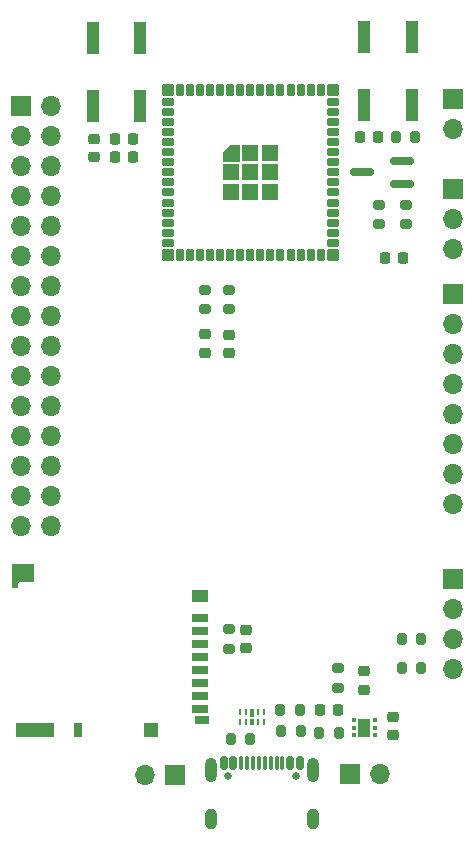
<source format=gbr>
%TF.GenerationSoftware,KiCad,Pcbnew,8.0.6*%
%TF.CreationDate,2024-12-02T04:17:19+07:00*%
%TF.ProjectId,PCB,5043422e-6b69-4636-9164-5f7063625858,rev?*%
%TF.SameCoordinates,Original*%
%TF.FileFunction,Soldermask,Top*%
%TF.FilePolarity,Negative*%
%FSLAX46Y46*%
G04 Gerber Fmt 4.6, Leading zero omitted, Abs format (unit mm)*
G04 Created by KiCad (PCBNEW 8.0.6) date 2024-12-02 04:17:19*
%MOMM*%
%LPD*%
G01*
G04 APERTURE LIST*
G04 Aperture macros list*
%AMRoundRect*
0 Rectangle with rounded corners*
0 $1 Rounding radius*
0 $2 $3 $4 $5 $6 $7 $8 $9 X,Y pos of 4 corners*
0 Add a 4 corners polygon primitive as box body*
4,1,4,$2,$3,$4,$5,$6,$7,$8,$9,$2,$3,0*
0 Add four circle primitives for the rounded corners*
1,1,$1+$1,$2,$3*
1,1,$1+$1,$4,$5*
1,1,$1+$1,$6,$7*
1,1,$1+$1,$8,$9*
0 Add four rect primitives between the rounded corners*
20,1,$1+$1,$2,$3,$4,$5,0*
20,1,$1+$1,$4,$5,$6,$7,0*
20,1,$1+$1,$6,$7,$8,$9,0*
20,1,$1+$1,$8,$9,$2,$3,0*%
%AMRotRect*
0 Rectangle, with rotation*
0 The origin of the aperture is its center*
0 $1 length*
0 $2 width*
0 $3 Rotation angle, in degrees counterclockwise*
0 Add horizontal line*
21,1,$1,$2,0,0,$3*%
G04 Aperture macros list end*
%ADD10C,0.010000*%
%ADD11R,1.000000X2.800000*%
%ADD12R,0.250000X0.625000*%
%ADD13R,0.450000X0.575000*%
%ADD14R,0.450000X0.700000*%
%ADD15R,1.700000X1.700000*%
%ADD16O,1.700000X1.700000*%
%ADD17R,1.000000X1.600000*%
%ADD18RoundRect,0.093750X-0.093750X-0.106250X0.093750X-0.106250X0.093750X0.106250X-0.093750X0.106250X0*%
%ADD19RoundRect,0.200000X0.200000X0.275000X-0.200000X0.275000X-0.200000X-0.275000X0.200000X-0.275000X0*%
%ADD20RoundRect,0.200000X-0.275000X0.200000X-0.275000X-0.200000X0.275000X-0.200000X0.275000X0.200000X0*%
%ADD21RoundRect,0.218750X0.256250X-0.218750X0.256250X0.218750X-0.256250X0.218750X-0.256250X-0.218750X0*%
%ADD22RoundRect,0.225000X-0.250000X0.225000X-0.250000X-0.225000X0.250000X-0.225000X0.250000X0.225000X0*%
%ADD23RoundRect,0.162500X0.837500X0.162500X-0.837500X0.162500X-0.837500X-0.162500X0.837500X-0.162500X0*%
%ADD24RoundRect,0.200000X-0.200000X-0.275000X0.200000X-0.275000X0.200000X0.275000X-0.200000X0.275000X0*%
%ADD25RoundRect,0.200000X0.275000X-0.200000X0.275000X0.200000X-0.275000X0.200000X-0.275000X-0.200000X0*%
%ADD26RoundRect,0.225000X0.225000X0.250000X-0.225000X0.250000X-0.225000X-0.250000X0.225000X-0.250000X0*%
%ADD27RoundRect,0.102000X-0.400000X-0.200000X0.400000X-0.200000X0.400000X0.200000X-0.400000X0.200000X0*%
%ADD28RoundRect,0.102000X-0.200000X-0.400000X0.200000X-0.400000X0.200000X0.400000X-0.200000X0.400000X0*%
%ADD29RoundRect,0.102000X-0.600000X-0.600000X0.600000X-0.600000X0.600000X0.600000X-0.600000X0.600000X0*%
%ADD30RoundRect,0.102000X-0.400000X-0.400000X0.400000X-0.400000X0.400000X0.400000X-0.400000X0.400000X0*%
%ADD31O,1.000000X1.800000*%
%ADD32O,1.000000X2.100000*%
%ADD33RoundRect,0.150000X-0.150000X-0.425000X0.150000X-0.425000X0.150000X0.425000X-0.150000X0.425000X0*%
%ADD34RoundRect,0.075000X-0.075000X-0.500000X0.075000X-0.500000X0.075000X0.500000X-0.075000X0.500000X0*%
%ADD35C,0.650000*%
%ADD36RoundRect,0.225000X0.250000X-0.225000X0.250000X0.225000X-0.250000X0.225000X-0.250000X-0.225000X0*%
%ADD37R,1.400000X0.700000*%
%ADD38R,1.200000X0.700000*%
%ADD39R,0.800000X1.200000*%
%ADD40R,1.900000X1.500000*%
%ADD41RotRect,0.200000X0.200000X315.000000*%
%ADD42R,0.500000X0.500000*%
%ADD43R,1.400000X1.000000*%
%ADD44R,1.200000X1.200000*%
%ADD45R,3.200000X1.200000*%
G04 APERTURE END LIST*
D10*
%TO.C,U1*%
X117400000Y-30550000D02*
X116000000Y-30550000D01*
X116000000Y-29800000D01*
X116650000Y-29150000D01*
X117400000Y-29150000D01*
X117400000Y-30550000D01*
G36*
X117400000Y-30550000D02*
G01*
X116000000Y-30550000D01*
X116000000Y-29800000D01*
X116650000Y-29150000D01*
X117400000Y-29150000D01*
X117400000Y-30550000D01*
G37*
%TD*%
D11*
%TO.C,SW2*%
X105000000Y-25900000D03*
X105000000Y-20100000D03*
X109000000Y-25900000D03*
X109000000Y-20100000D03*
%TD*%
%TO.C,SW1*%
X128000000Y-25800000D03*
X128000000Y-20000000D03*
X132000000Y-25800000D03*
X132000000Y-20000000D03*
%TD*%
D12*
%TO.C,U5*%
X119500000Y-78000000D03*
X119000000Y-78000000D03*
D13*
X118500000Y-78025000D03*
D12*
X118000000Y-78000000D03*
X117500000Y-78000000D03*
X117500000Y-77225000D03*
X118000000Y-77225000D03*
D14*
X118500000Y-77262500D03*
D12*
X119000000Y-77225000D03*
X119500000Y-77225000D03*
%TD*%
D15*
%TO.C,U4*%
X135500000Y-32920000D03*
D16*
X135500000Y-35460000D03*
X135500000Y-38000000D03*
%TD*%
D15*
%TO.C,U3*%
X135500000Y-65960000D03*
D16*
X135500000Y-68500000D03*
X135500000Y-71040000D03*
X135500000Y-73580000D03*
%TD*%
D17*
%TO.C,U2*%
X128000000Y-78500000D03*
D18*
X128887500Y-77850000D03*
X128887500Y-78500000D03*
X128887500Y-79150000D03*
X127112500Y-79150000D03*
X127112500Y-78500000D03*
X127112500Y-77850000D03*
%TD*%
D19*
%TO.C,R8*%
X125825000Y-79000000D03*
X124175000Y-79000000D03*
%TD*%
D20*
%TO.C,R7*%
X131500000Y-34250000D03*
X131500000Y-35900000D03*
%TD*%
D19*
%TO.C,R6*%
X132825000Y-73500000D03*
X131175000Y-73500000D03*
%TD*%
D16*
%TO.C,J5*%
X101500000Y-61400000D03*
X98960000Y-61400000D03*
X101500000Y-58860000D03*
X98960000Y-58860000D03*
X101500000Y-56320000D03*
X98960000Y-56320000D03*
X101500000Y-53780000D03*
X98960000Y-53780000D03*
X101500000Y-51240000D03*
X98960000Y-51240000D03*
X101500000Y-48700000D03*
X98960000Y-48700000D03*
X101500000Y-46160000D03*
X98960000Y-46160000D03*
X101500000Y-43620000D03*
X98960000Y-43620000D03*
X101500000Y-41080000D03*
X98960000Y-41080000D03*
X101500000Y-38540000D03*
X98960000Y-38540000D03*
X101500000Y-36000000D03*
X98960000Y-36000000D03*
X101500000Y-33460000D03*
X98960000Y-33460000D03*
X101500000Y-30920000D03*
X98960000Y-30920000D03*
X101500000Y-28380000D03*
X98960000Y-28380000D03*
X101500000Y-25840000D03*
D15*
X98960000Y-25840000D03*
%TD*%
%TO.C,J2*%
X112000000Y-82500000D03*
D16*
X109460000Y-82500000D03*
%TD*%
D21*
%TO.C,D4*%
X128000000Y-75287500D03*
X128000000Y-73712500D03*
%TD*%
D16*
%TO.C,D3*%
X135525000Y-27790000D03*
D15*
X135525000Y-25250000D03*
%TD*%
D22*
%TO.C,C2*%
X105150000Y-28675000D03*
X105150000Y-30225000D03*
%TD*%
D15*
%TO.C,J4*%
X126750000Y-82475000D03*
D16*
X129290000Y-82475000D03*
%TD*%
D23*
%TO.C,Q1*%
X131210000Y-32450000D03*
X131210000Y-30550000D03*
X127790000Y-31500000D03*
%TD*%
D21*
%TO.C,D2*%
X116500000Y-46825000D03*
X116500000Y-45250000D03*
%TD*%
%TO.C,D1*%
X114500000Y-46787500D03*
X114500000Y-45212500D03*
%TD*%
D24*
%TO.C,R13*%
X120975000Y-78800000D03*
X122625000Y-78800000D03*
%TD*%
D19*
%TO.C,R12*%
X118325000Y-79500000D03*
X116675000Y-79500000D03*
%TD*%
%TO.C,R5*%
X132825000Y-71000000D03*
X131175000Y-71000000D03*
%TD*%
D20*
%TO.C,R4*%
X116500000Y-70175000D03*
X116500000Y-71825000D03*
%TD*%
D25*
%TO.C,R3*%
X116500000Y-43075000D03*
X116500000Y-41425000D03*
%TD*%
D24*
%TO.C,R2*%
X130675000Y-28500000D03*
X132325000Y-28500000D03*
%TD*%
D26*
%TO.C,C8*%
X125775000Y-77000000D03*
X124225000Y-77000000D03*
%TD*%
D27*
%TO.C,U1*%
X111350000Y-25550000D03*
X111350000Y-26400000D03*
X111350000Y-27250000D03*
X111350000Y-28100000D03*
X111350000Y-28950000D03*
X111350000Y-29800000D03*
X111350000Y-30650000D03*
X111350000Y-31500000D03*
X111350000Y-32350000D03*
X111350000Y-33200000D03*
X111350000Y-34050000D03*
X111350000Y-34900000D03*
X111350000Y-35750000D03*
X111350000Y-36600000D03*
X111350000Y-37450000D03*
D28*
X112400000Y-38500000D03*
X113250000Y-38500000D03*
X114100000Y-38500000D03*
X114950000Y-38500000D03*
X115800000Y-38500000D03*
X116650000Y-38500000D03*
X117500000Y-38500000D03*
X118350000Y-38500000D03*
X119200000Y-38500000D03*
X120050000Y-38500000D03*
X120900000Y-38500000D03*
X121750000Y-38500000D03*
X122600000Y-38500000D03*
X123450000Y-38500000D03*
X124300000Y-38500000D03*
D27*
X125350000Y-37450000D03*
X125350000Y-36600000D03*
X125350000Y-35750000D03*
X125350000Y-34900000D03*
X125350000Y-34050000D03*
X125350000Y-33200000D03*
X125350000Y-32350000D03*
X125350000Y-31500000D03*
X125350000Y-30650000D03*
X125350000Y-29800000D03*
X125350000Y-28950000D03*
X125350000Y-28100000D03*
X125350000Y-27250000D03*
X125350000Y-26400000D03*
X125350000Y-25550000D03*
D28*
X124300000Y-24500000D03*
X123450000Y-24500000D03*
X122600000Y-24500000D03*
X121750000Y-24500000D03*
X120900000Y-24500000D03*
X120050000Y-24500000D03*
X119200000Y-24500000D03*
X118350000Y-24500000D03*
X117500000Y-24500000D03*
X116650000Y-24500000D03*
X115800000Y-24500000D03*
X114950000Y-24500000D03*
X114100000Y-24500000D03*
X113250000Y-24500000D03*
X112400000Y-24500000D03*
D29*
X118350000Y-31500000D03*
X118350000Y-29850000D03*
X120000000Y-29850000D03*
X120000000Y-31500000D03*
X120000000Y-33150000D03*
X118350000Y-33150000D03*
X116700000Y-33150000D03*
X116700000Y-31500000D03*
D30*
X111350000Y-24500000D03*
X111350000Y-38500000D03*
X125350000Y-38500000D03*
X125350000Y-24500000D03*
%TD*%
D25*
%TO.C,R11*%
X125750000Y-75150000D03*
X125750000Y-73500000D03*
%TD*%
D20*
%TO.C,R10*%
X129250000Y-34250000D03*
X129250000Y-35900000D03*
%TD*%
D24*
%TO.C,R9*%
X120875000Y-77000000D03*
X122525000Y-77000000D03*
%TD*%
D25*
%TO.C,R1*%
X114500000Y-43075000D03*
X114500000Y-41425000D03*
%TD*%
D31*
%TO.C,JUSB1*%
X123640000Y-86255000D03*
D32*
X123640000Y-82075000D03*
D31*
X115000000Y-86255000D03*
D32*
X115000000Y-82075000D03*
D33*
X116120000Y-81500000D03*
X116920000Y-81500000D03*
D34*
X117570000Y-81500000D03*
X118570000Y-81500000D03*
X120070000Y-81500000D03*
X121070000Y-81500000D03*
D33*
X121720000Y-81500000D03*
X122520000Y-81500000D03*
X122520000Y-81500000D03*
X121720000Y-81500000D03*
D34*
X120570000Y-81500000D03*
X119570000Y-81500000D03*
X119070000Y-81500000D03*
X118070000Y-81500000D03*
D33*
X116920000Y-81500000D03*
X116120000Y-81500000D03*
D35*
X122210000Y-82575000D03*
X116430000Y-82575000D03*
%TD*%
D15*
%TO.C,J1*%
X135500000Y-41800000D03*
D16*
X135500000Y-44340000D03*
X135500000Y-46880000D03*
X135500000Y-49420000D03*
X135500000Y-51960000D03*
X135500000Y-54500000D03*
X135500000Y-57040000D03*
X135500000Y-59580000D03*
%TD*%
D26*
%TO.C,C7*%
X131275000Y-38750000D03*
X129725000Y-38750000D03*
%TD*%
D36*
%TO.C,C6*%
X130387500Y-79175000D03*
X130387500Y-77625000D03*
%TD*%
%TO.C,C5*%
X118000000Y-71775000D03*
X118000000Y-70225000D03*
%TD*%
D26*
%TO.C,C4*%
X108400000Y-30200000D03*
X106850000Y-30200000D03*
%TD*%
%TO.C,C3*%
X108400000Y-28700000D03*
X106850000Y-28700000D03*
%TD*%
%TO.C,C1*%
X129175000Y-28500000D03*
X127625000Y-28500000D03*
%TD*%
D37*
%TO.C,J3*%
X114125000Y-69225000D03*
X114125000Y-70325000D03*
X114125000Y-71425000D03*
X114125000Y-72525000D03*
X114125000Y-73625000D03*
X114125000Y-74725000D03*
X114125000Y-75825000D03*
X114125000Y-76925000D03*
D38*
X114225000Y-77875000D03*
D39*
X103725000Y-78725000D03*
D40*
X99125000Y-65425000D03*
D41*
X98675000Y-66175000D03*
D42*
X98425000Y-66425000D03*
D43*
X114125000Y-67325000D03*
D44*
X109925000Y-78725000D03*
D45*
X100125000Y-78725000D03*
%TD*%
M02*

</source>
